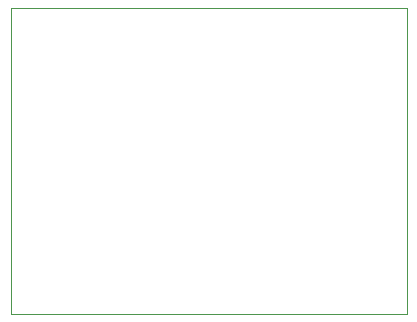
<source format=gbr>
%TF.GenerationSoftware,KiCad,Pcbnew,(6.0.7)*%
%TF.CreationDate,2022-10-10T10:06:43-04:00*%
%TF.ProjectId,proj_6,70726f6a-5f36-42e6-9b69-6361645f7063,rev?*%
%TF.SameCoordinates,Original*%
%TF.FileFunction,Profile,NP*%
%FSLAX46Y46*%
G04 Gerber Fmt 4.6, Leading zero omitted, Abs format (unit mm)*
G04 Created by KiCad (PCBNEW (6.0.7)) date 2022-10-10 10:06:43*
%MOMM*%
%LPD*%
G01*
G04 APERTURE LIST*
%TA.AperFunction,Profile*%
%ADD10C,0.100000*%
%TD*%
G04 APERTURE END LIST*
D10*
X129540000Y-66548000D02*
X163068000Y-66548000D01*
X163068000Y-66548000D02*
X163068000Y-92456000D01*
X163068000Y-92456000D02*
X129540000Y-92456000D01*
X129540000Y-92456000D02*
X129540000Y-66548000D01*
M02*

</source>
